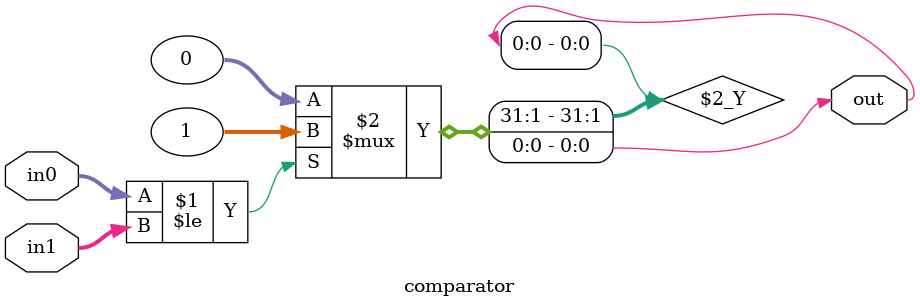
<source format=v>
`timescale 1ns / 1ps


module comparator(
    input [29:0] in0,
    input [29:0] in1,
    output out
    );
    
    assign out = (in0 <= in1) ? 1 : 0;
endmodule

</source>
